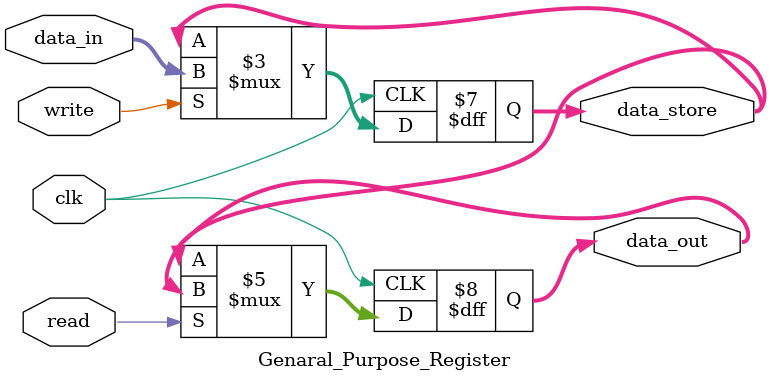
<source format=v>
module Genaral_Purpose_Register
    (input clk,write,read,
    input [15:0] data_in,
    output reg [15:0] data_out,
    output reg [15:0] data_store);
    
    reg [15:0] data_store;

    always @(negedge clk)
        begin
            if (read) data_out <= data_store;
        end
     always @(posedge clk)
        begin
            if (write) data_store <= data_in;
        end
endmodule
</source>
